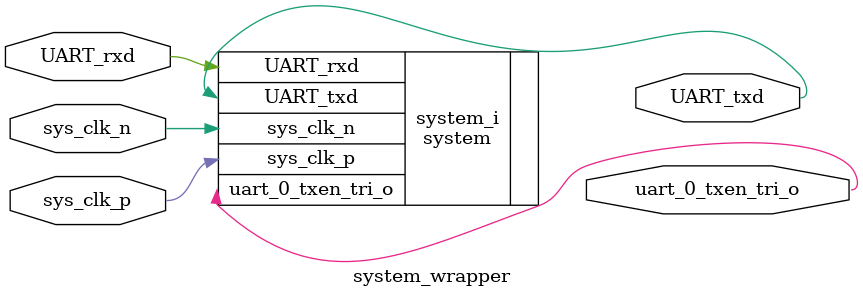
<source format=v>
`timescale 1 ps / 1 ps

module system_wrapper
   (UART_rxd,
    UART_txd,
    sys_clk_n,
    sys_clk_p,
    uart_0_txen_tri_o);
  input UART_rxd;
  output UART_txd;
  input sys_clk_n;
  input sys_clk_p;
  output [0:0]uart_0_txen_tri_o;

  wire UART_rxd;
  wire UART_txd;
  wire sys_clk_n;
  wire sys_clk_p;
  wire [0:0]uart_0_txen_tri_o;

  system system_i
       (.UART_rxd(UART_rxd),
        .UART_txd(UART_txd),
        .sys_clk_n(sys_clk_n),
        .sys_clk_p(sys_clk_p),
        .uart_0_txen_tri_o(uart_0_txen_tri_o));
endmodule

</source>
